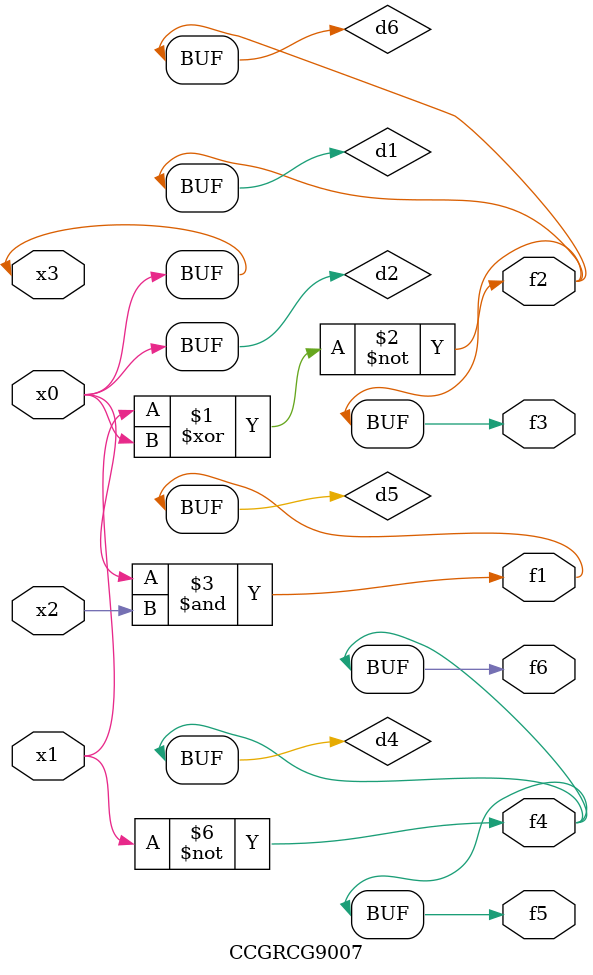
<source format=v>
module CCGRCG9007(
	input x0, x1, x2, x3,
	output f1, f2, f3, f4, f5, f6
);

	wire d1, d2, d3, d4, d5, d6;

	xnor (d1, x1, x3);
	buf (d2, x0, x3);
	nand (d3, x0, x2);
	not (d4, x1);
	nand (d5, d3);
	or (d6, d1);
	assign f1 = d5;
	assign f2 = d6;
	assign f3 = d6;
	assign f4 = d4;
	assign f5 = d4;
	assign f6 = d4;
endmodule

</source>
